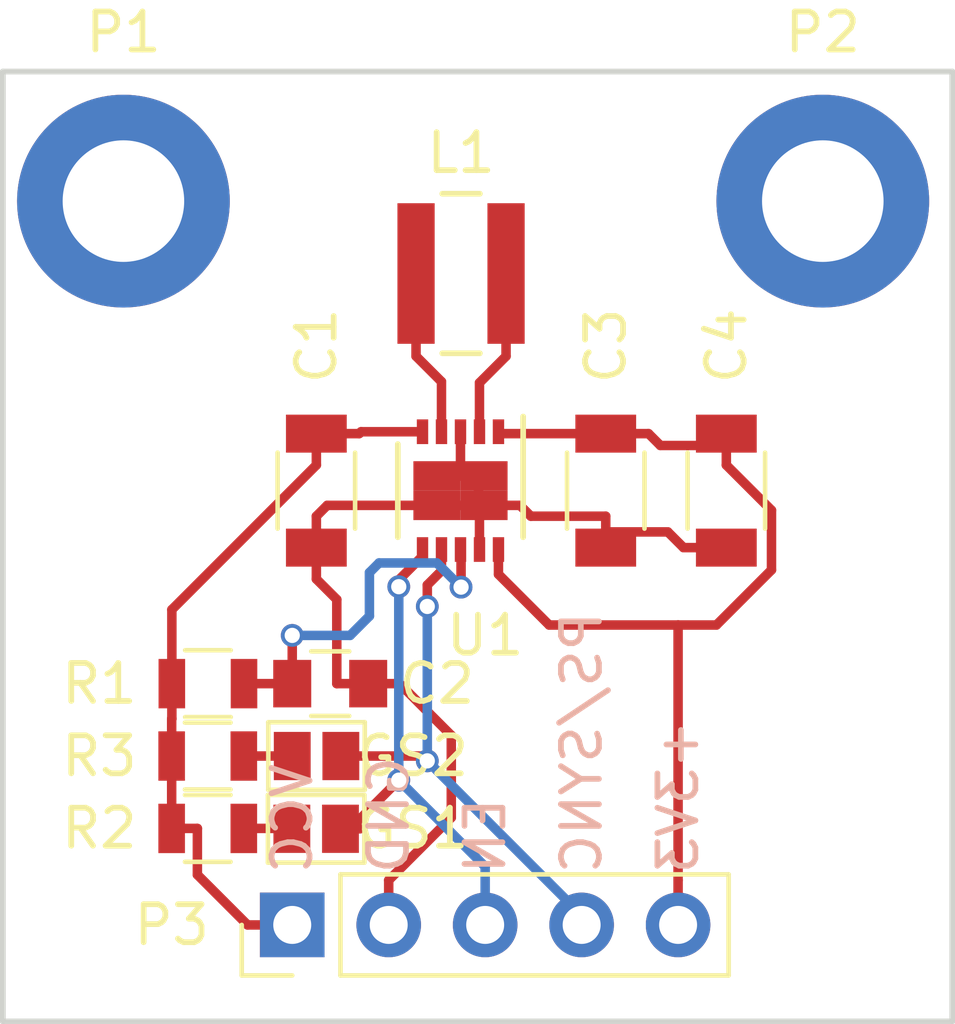
<source format=kicad_pcb>
(kicad_pcb (version 20171130) (host pcbnew "(5.1.12)-1")

  (general
    (thickness 1.6)
    (drawings 9)
    (tracks 102)
    (zones 0)
    (modules 14)
    (nets 13)
  )

  (page A4)
  (layers
    (0 F.Cu signal)
    (31 B.Cu signal)
    (32 B.Adhes user)
    (33 F.Adhes user)
    (34 B.Paste user hide)
    (35 F.Paste user hide)
    (36 B.SilkS user)
    (37 F.SilkS user)
    (38 B.Mask user)
    (39 F.Mask user)
    (40 Dwgs.User user)
    (41 Cmts.User user)
    (42 Eco1.User user)
    (43 Eco2.User user)
    (44 Edge.Cuts user)
    (45 Margin user)
    (46 B.CrtYd user)
    (47 F.CrtYd user)
    (48 B.Fab user)
    (49 F.Fab user hide)
  )

  (setup
    (last_trace_width 0.25)
    (trace_clearance 0.2)
    (zone_clearance 0.254)
    (zone_45_only no)
    (trace_min 0.2)
    (via_size 0.6)
    (via_drill 0.4)
    (via_min_size 0.4)
    (via_min_drill 0.3)
    (uvia_size 0.3)
    (uvia_drill 0.1)
    (uvias_allowed no)
    (uvia_min_size 0.2)
    (uvia_min_drill 0.1)
    (edge_width 0.15)
    (segment_width 0.2)
    (pcb_text_width 0.3)
    (pcb_text_size 1.5 1.5)
    (mod_edge_width 0.15)
    (mod_text_size 1 1)
    (mod_text_width 0.15)
    (pad_size 1.524 1.524)
    (pad_drill 0.762)
    (pad_to_mask_clearance 0.2)
    (aux_axis_origin 90 130)
    (grid_origin 90 130)
    (visible_elements 7FFFFFFF)
    (pcbplotparams
      (layerselection 0x00030_80000001)
      (usegerberextensions false)
      (usegerberattributes true)
      (usegerberadvancedattributes true)
      (creategerberjobfile true)
      (excludeedgelayer true)
      (linewidth 0.100000)
      (plotframeref false)
      (viasonmask false)
      (mode 1)
      (useauxorigin false)
      (hpglpennumber 1)
      (hpglpenspeed 20)
      (hpglpendiameter 15.000000)
      (psnegative false)
      (psa4output false)
      (plotreference true)
      (plotvalue true)
      (plotinvisibletext false)
      (padsonsilk false)
      (subtractmaskfromsilk false)
      (outputformat 1)
      (mirror false)
      (drillshape 1)
      (scaleselection 1)
      (outputdirectory ""))
  )

  (net 0 "")
  (net 1 VCC)
  (net 2 GND)
  (net 3 "Net-(C2-Pad1)")
  (net 4 +3V3)
  (net 5 "Net-(L1-Pad1)")
  (net 6 "Net-(L1-Pad2)")
  (net 7 "Net-(P1-Pad1)")
  (net 8 "Net-(P2-Pad1)")
  (net 9 /EN)
  (net 10 /PS/SYNC)
  (net 11 "Net-(GS1-Pad1)")
  (net 12 "Net-(GS2-Pad1)")

  (net_class Default "This is the default net class."
    (clearance 0.2)
    (trace_width 0.25)
    (via_dia 0.6)
    (via_drill 0.4)
    (uvia_dia 0.3)
    (uvia_drill 0.1)
    (add_net +3V3)
    (add_net /EN)
    (add_net /PS/SYNC)
    (add_net GND)
    (add_net "Net-(C2-Pad1)")
    (add_net "Net-(GS1-Pad1)")
    (add_net "Net-(GS2-Pad1)")
    (add_net "Net-(L1-Pad1)")
    (add_net "Net-(L1-Pad2)")
    (add_net "Net-(P1-Pad1)")
    (add_net "Net-(P2-Pad1)")
    (add_net VCC)
  )

  (module Capacitors_SMD:C_1206 (layer F.Cu) (tedit 58AA84B8) (tstamp 58D9AA24)
    (at 98.255 116.03 270)
    (descr "Capacitor SMD 1206, reflow soldering, AVX (see smccp.pdf)")
    (tags "capacitor 1206")
    (path /58D9833A)
    (attr smd)
    (fp_text reference C1 (at -3.81 0 270) (layer F.SilkS)
      (effects (font (size 1 1) (thickness 0.15)))
    )
    (fp_text value 10µF (at 0 2 270) (layer F.Fab)
      (effects (font (size 1 1) (thickness 0.15)))
    )
    (fp_line (start 2.25 1.05) (end -2.25 1.05) (layer F.CrtYd) (width 0.05))
    (fp_line (start 2.25 1.05) (end 2.25 -1.05) (layer F.CrtYd) (width 0.05))
    (fp_line (start -2.25 -1.05) (end -2.25 1.05) (layer F.CrtYd) (width 0.05))
    (fp_line (start -2.25 -1.05) (end 2.25 -1.05) (layer F.CrtYd) (width 0.05))
    (fp_line (start -1 1.02) (end 1 1.02) (layer F.SilkS) (width 0.12))
    (fp_line (start 1 -1.02) (end -1 -1.02) (layer F.SilkS) (width 0.12))
    (fp_line (start -1.6 -0.8) (end 1.6 -0.8) (layer F.Fab) (width 0.1))
    (fp_line (start 1.6 -0.8) (end 1.6 0.8) (layer F.Fab) (width 0.1))
    (fp_line (start 1.6 0.8) (end -1.6 0.8) (layer F.Fab) (width 0.1))
    (fp_line (start -1.6 0.8) (end -1.6 -0.8) (layer F.Fab) (width 0.1))
    (fp_text user %R (at 0 -1.75 270) (layer F.Fab)
      (effects (font (size 1 1) (thickness 0.15)))
    )
    (pad 1 smd rect (at -1.5 0 270) (size 1 1.6) (layers F.Cu F.Paste F.Mask)
      (net 1 VCC))
    (pad 2 smd rect (at 1.5 0 270) (size 1 1.6) (layers F.Cu F.Paste F.Mask)
      (net 2 GND))
    (model Capacitors_SMD.3dshapes/C_1206.wrl
      (at (xyz 0 0 0))
      (scale (xyz 1 1 1))
      (rotate (xyz 0 0 0))
    )
  )

  (module Capacitors_SMD:C_0805 (layer F.Cu) (tedit 58AA8463) (tstamp 58D9AA35)
    (at 98.62 121.11)
    (descr "Capacitor SMD 0805, reflow soldering, AVX (see smccp.pdf)")
    (tags "capacitor 0805")
    (path /58D9846E)
    (attr smd)
    (fp_text reference C2 (at 2.81 0) (layer F.SilkS)
      (effects (font (size 1 1) (thickness 0.15)))
    )
    (fp_text value 100nF (at 0 0) (layer F.Fab)
      (effects (font (size 1 1) (thickness 0.15)))
    )
    (fp_line (start 1.75 0.87) (end -1.75 0.87) (layer F.CrtYd) (width 0.05))
    (fp_line (start 1.75 0.87) (end 1.75 -0.88) (layer F.CrtYd) (width 0.05))
    (fp_line (start -1.75 -0.88) (end -1.75 0.87) (layer F.CrtYd) (width 0.05))
    (fp_line (start -1.75 -0.88) (end 1.75 -0.88) (layer F.CrtYd) (width 0.05))
    (fp_line (start -0.5 0.85) (end 0.5 0.85) (layer F.SilkS) (width 0.12))
    (fp_line (start 0.5 -0.85) (end -0.5 -0.85) (layer F.SilkS) (width 0.12))
    (fp_line (start -1 -0.62) (end 1 -0.62) (layer F.Fab) (width 0.1))
    (fp_line (start 1 -0.62) (end 1 0.62) (layer F.Fab) (width 0.1))
    (fp_line (start 1 0.62) (end -1 0.62) (layer F.Fab) (width 0.1))
    (fp_line (start -1 0.62) (end -1 -0.62) (layer F.Fab) (width 0.1))
    (fp_text user %R (at 0 -1.5) (layer F.Fab)
      (effects (font (size 1 1) (thickness 0.15)))
    )
    (pad 1 smd rect (at -1 0) (size 1 1.25) (layers F.Cu F.Paste F.Mask)
      (net 3 "Net-(C2-Pad1)"))
    (pad 2 smd rect (at 1 0) (size 1 1.25) (layers F.Cu F.Paste F.Mask)
      (net 2 GND))
    (model Capacitors_SMD.3dshapes/C_0805.wrl
      (at (xyz 0 0 0))
      (scale (xyz 1 1 1))
      (rotate (xyz 0 0 0))
    )
  )

  (module Capacitors_SMD:C_1206 (layer F.Cu) (tedit 58AA84B8) (tstamp 58D9AA46)
    (at 105.875 116.03 270)
    (descr "Capacitor SMD 1206, reflow soldering, AVX (see smccp.pdf)")
    (tags "capacitor 1206")
    (path /58D98371)
    (attr smd)
    (fp_text reference C3 (at -3.81 0 270) (layer F.SilkS)
      (effects (font (size 1 1) (thickness 0.15)))
    )
    (fp_text value 10µF (at 0 2 270) (layer F.Fab)
      (effects (font (size 1 1) (thickness 0.15)))
    )
    (fp_line (start 2.25 1.05) (end -2.25 1.05) (layer F.CrtYd) (width 0.05))
    (fp_line (start 2.25 1.05) (end 2.25 -1.05) (layer F.CrtYd) (width 0.05))
    (fp_line (start -2.25 -1.05) (end -2.25 1.05) (layer F.CrtYd) (width 0.05))
    (fp_line (start -2.25 -1.05) (end 2.25 -1.05) (layer F.CrtYd) (width 0.05))
    (fp_line (start -1 1.02) (end 1 1.02) (layer F.SilkS) (width 0.12))
    (fp_line (start 1 -1.02) (end -1 -1.02) (layer F.SilkS) (width 0.12))
    (fp_line (start -1.6 -0.8) (end 1.6 -0.8) (layer F.Fab) (width 0.1))
    (fp_line (start 1.6 -0.8) (end 1.6 0.8) (layer F.Fab) (width 0.1))
    (fp_line (start 1.6 0.8) (end -1.6 0.8) (layer F.Fab) (width 0.1))
    (fp_line (start -1.6 0.8) (end -1.6 -0.8) (layer F.Fab) (width 0.1))
    (fp_text user %R (at 0 -1.75 270) (layer F.Fab)
      (effects (font (size 1 1) (thickness 0.15)))
    )
    (pad 1 smd rect (at -1.5 0 270) (size 1 1.6) (layers F.Cu F.Paste F.Mask)
      (net 4 +3V3))
    (pad 2 smd rect (at 1.5 0 270) (size 1 1.6) (layers F.Cu F.Paste F.Mask)
      (net 2 GND))
    (model Capacitors_SMD.3dshapes/C_1206.wrl
      (at (xyz 0 0 0))
      (scale (xyz 1 1 1))
      (rotate (xyz 0 0 0))
    )
  )

  (module Capacitors_SMD:C_1206 (layer F.Cu) (tedit 58AA84B8) (tstamp 58D9AA57)
    (at 109.05 116.03 270)
    (descr "Capacitor SMD 1206, reflow soldering, AVX (see smccp.pdf)")
    (tags "capacitor 1206")
    (path /58D9839C)
    (attr smd)
    (fp_text reference C4 (at -3.81 0 270) (layer F.SilkS)
      (effects (font (size 1 1) (thickness 0.15)))
    )
    (fp_text value 10µF (at 0 2 270) (layer F.Fab)
      (effects (font (size 1 1) (thickness 0.15)))
    )
    (fp_line (start 2.25 1.05) (end -2.25 1.05) (layer F.CrtYd) (width 0.05))
    (fp_line (start 2.25 1.05) (end 2.25 -1.05) (layer F.CrtYd) (width 0.05))
    (fp_line (start -2.25 -1.05) (end -2.25 1.05) (layer F.CrtYd) (width 0.05))
    (fp_line (start -2.25 -1.05) (end 2.25 -1.05) (layer F.CrtYd) (width 0.05))
    (fp_line (start -1 1.02) (end 1 1.02) (layer F.SilkS) (width 0.12))
    (fp_line (start 1 -1.02) (end -1 -1.02) (layer F.SilkS) (width 0.12))
    (fp_line (start -1.6 -0.8) (end 1.6 -0.8) (layer F.Fab) (width 0.1))
    (fp_line (start 1.6 -0.8) (end 1.6 0.8) (layer F.Fab) (width 0.1))
    (fp_line (start 1.6 0.8) (end -1.6 0.8) (layer F.Fab) (width 0.1))
    (fp_line (start -1.6 0.8) (end -1.6 -0.8) (layer F.Fab) (width 0.1))
    (fp_text user %R (at 0 -1.75 270) (layer F.Fab)
      (effects (font (size 1 1) (thickness 0.15)))
    )
    (pad 1 smd rect (at -1.5 0 270) (size 1 1.6) (layers F.Cu F.Paste F.Mask)
      (net 4 +3V3))
    (pad 2 smd rect (at 1.5 0 270) (size 1 1.6) (layers F.Cu F.Paste F.Mask)
      (net 2 GND))
    (model Capacitors_SMD.3dshapes/C_1206.wrl
      (at (xyz 0 0 0))
      (scale (xyz 1 1 1))
      (rotate (xyz 0 0 0))
    )
  )

  (module Inductors:Inductor_Wurth_MAPI-4020 (layer F.Cu) (tedit 5745ADE5) (tstamp 58D9AA67)
    (at 102.065 110.315 180)
    (descr "Inductor, Wurth Elektronik, Wurth_MAPI-4020, 4.0mmx4.0mm")
    (tags "inductor wurth smd")
    (path /58D982C0)
    (attr smd)
    (fp_text reference L1 (at 0 3.175 180) (layer F.SilkS)
      (effects (font (size 1 1) (thickness 0.15)))
    )
    (fp_text value L_Core_Ferrite (at 0 3.35 180) (layer F.Fab)
      (effects (font (size 1 1) (thickness 0.15)))
    )
    (fp_line (start -0.495 2.1) (end 0.495 2.1) (layer F.SilkS) (width 0.15))
    (fp_line (start -0.495 -2.1) (end 0.495 -2.1) (layer F.SilkS) (width 0.15))
    (fp_line (start 2 -2.2) (end -2 -2.2) (layer F.CrtYd) (width 0.05))
    (fp_line (start 2 2.2) (end 2 -2.2) (layer F.CrtYd) (width 0.05))
    (fp_line (start -2 2.2) (end 2 2.2) (layer F.CrtYd) (width 0.05))
    (fp_line (start -2 -2.2) (end -2 2.2) (layer F.CrtYd) (width 0.05))
    (fp_line (start 2 -2) (end -2 -2) (layer F.Fab) (width 0.15))
    (fp_line (start 2 2) (end 2 -2) (layer F.Fab) (width 0.15))
    (fp_line (start -2 2) (end 2 2) (layer F.Fab) (width 0.15))
    (fp_line (start -2 -2) (end -2 2) (layer F.Fab) (width 0.15))
    (pad 1 smd rect (at -1.185 0 180) (size 0.98 3.7) (layers F.Cu F.Paste F.Mask)
      (net 5 "Net-(L1-Pad1)"))
    (pad 2 smd rect (at 1.185 0 180) (size 0.98 3.7) (layers F.Cu F.Paste F.Mask)
      (net 6 "Net-(L1-Pad2)"))
    (model Inductors.3dshapes/Inductor_Wurth_MAPI-4020.wrl
      (at (xyz 0 0 0))
      (scale (xyz 1 1 1))
      (rotate (xyz 0 0 0))
    )
  )

  (module Mounting_Holes:MountingHole_3.2mm_M3_DIN965_Pad (layer F.Cu) (tedit 56D1B4CB) (tstamp 58D9AA6E)
    (at 93.175 108.41)
    (descr "Mounting Hole 3.2mm, M3, DIN965")
    (tags "mounting hole 3.2mm m3 din965")
    (path /58D9A7F7)
    (fp_text reference P1 (at 0 -4.445) (layer F.SilkS)
      (effects (font (size 1 1) (thickness 0.15)))
    )
    (fp_text value CONN_01X01 (at 0 3.81) (layer F.Fab)
      (effects (font (size 1 1) (thickness 0.15)))
    )
    (fp_circle (center 0 0) (end 3.05 0) (layer F.CrtYd) (width 0.05))
    (fp_circle (center 0 0) (end 2.8 0) (layer Cmts.User) (width 0.15))
    (pad 1 thru_hole circle (at 0 0) (size 5.6 5.6) (drill 3.2) (layers *.Cu *.Mask)
      (net 7 "Net-(P1-Pad1)"))
  )

  (module Mounting_Holes:MountingHole_3.2mm_M3_DIN965_Pad (layer F.Cu) (tedit 56D1B4CB) (tstamp 58D9AA75)
    (at 111.59 108.41)
    (descr "Mounting Hole 3.2mm, M3, DIN965")
    (tags "mounting hole 3.2mm m3 din965")
    (path /58D9A846)
    (fp_text reference P2 (at 0 -4.445) (layer F.SilkS)
      (effects (font (size 1 1) (thickness 0.15)))
    )
    (fp_text value CONN_01X01 (at 0 3.8) (layer F.Fab)
      (effects (font (size 1 1) (thickness 0.15)))
    )
    (fp_circle (center 0 0) (end 3.05 0) (layer F.CrtYd) (width 0.05))
    (fp_circle (center 0 0) (end 2.8 0) (layer Cmts.User) (width 0.15))
    (pad 1 thru_hole circle (at 0 0) (size 5.6 5.6) (drill 3.2) (layers *.Cu *.Mask)
      (net 8 "Net-(P2-Pad1)"))
  )

  (module Pin_Headers:Pin_Header_Straight_1x05_Pitch2.54mm (layer F.Cu) (tedit 58CD4EC1) (tstamp 58D9AA8D)
    (at 97.62 127.46 90)
    (descr "Through hole straight pin header, 1x05, 2.54mm pitch, single row")
    (tags "Through hole pin header THT 1x05 2.54mm single row")
    (path /58D9A44F)
    (fp_text reference P3 (at 0 -3.175 180) (layer F.SilkS)
      (effects (font (size 1 1) (thickness 0.15)))
    )
    (fp_text value CONN_01X05 (at 0 12.49 90) (layer F.Fab)
      (effects (font (size 1 1) (thickness 0.15)))
    )
    (fp_line (start 1.8 -1.8) (end -1.8 -1.8) (layer F.CrtYd) (width 0.05))
    (fp_line (start 1.8 11.95) (end 1.8 -1.8) (layer F.CrtYd) (width 0.05))
    (fp_line (start -1.8 11.95) (end 1.8 11.95) (layer F.CrtYd) (width 0.05))
    (fp_line (start -1.8 -1.8) (end -1.8 11.95) (layer F.CrtYd) (width 0.05))
    (fp_line (start -1.33 -1.33) (end 0 -1.33) (layer F.SilkS) (width 0.12))
    (fp_line (start -1.33 0) (end -1.33 -1.33) (layer F.SilkS) (width 0.12))
    (fp_line (start 1.33 1.27) (end -1.33 1.27) (layer F.SilkS) (width 0.12))
    (fp_line (start 1.33 11.49) (end 1.33 1.27) (layer F.SilkS) (width 0.12))
    (fp_line (start -1.33 11.49) (end 1.33 11.49) (layer F.SilkS) (width 0.12))
    (fp_line (start -1.33 1.27) (end -1.33 11.49) (layer F.SilkS) (width 0.12))
    (fp_line (start 1.27 -1.27) (end -1.27 -1.27) (layer F.Fab) (width 0.1))
    (fp_line (start 1.27 11.43) (end 1.27 -1.27) (layer F.Fab) (width 0.1))
    (fp_line (start -1.27 11.43) (end 1.27 11.43) (layer F.Fab) (width 0.1))
    (fp_line (start -1.27 -1.27) (end -1.27 11.43) (layer F.Fab) (width 0.1))
    (fp_text user %R (at 0 -2.33 90) (layer F.Fab)
      (effects (font (size 1 1) (thickness 0.15)))
    )
    (pad 1 thru_hole rect (at 0 0 90) (size 1.7 1.7) (drill 1) (layers *.Cu *.Mask)
      (net 1 VCC))
    (pad 2 thru_hole oval (at 0 2.54 90) (size 1.7 1.7) (drill 1) (layers *.Cu *.Mask)
      (net 2 GND))
    (pad 3 thru_hole oval (at 0 5.08 90) (size 1.7 1.7) (drill 1) (layers *.Cu *.Mask)
      (net 9 /EN))
    (pad 4 thru_hole oval (at 0 7.62 90) (size 1.7 1.7) (drill 1) (layers *.Cu *.Mask)
      (net 10 /PS/SYNC))
    (pad 5 thru_hole oval (at 0 10.16 90) (size 1.7 1.7) (drill 1) (layers *.Cu *.Mask)
      (net 4 +3V3))
    (model ${KISYS3DMOD}/Pin_Headers.3dshapes/Pin_Header_Straight_1x05_Pitch2.54mm.wrl
      (offset (xyz 0 -5.079999923706055 0))
      (scale (xyz 1 1 1))
      (rotate (xyz 0 0 90))
    )
  )

  (module Resistors_SMD:R_0805 (layer F.Cu) (tedit 58AADA8F) (tstamp 58D9AA9E)
    (at 95.4 121.11)
    (descr "Resistor SMD 0805, reflow soldering, Vishay (see dcrcw.pdf)")
    (tags "resistor 0805")
    (path /58D984A1)
    (attr smd)
    (fp_text reference R1 (at -2.86 0) (layer F.SilkS)
      (effects (font (size 1 1) (thickness 0.15)))
    )
    (fp_text value 100R (at 0 1.75) (layer F.Fab)
      (effects (font (size 1 1) (thickness 0.15)))
    )
    (fp_line (start 1.55 0.9) (end -1.55 0.9) (layer F.CrtYd) (width 0.05))
    (fp_line (start 1.55 0.9) (end 1.55 -0.9) (layer F.CrtYd) (width 0.05))
    (fp_line (start -1.55 -0.9) (end -1.55 0.9) (layer F.CrtYd) (width 0.05))
    (fp_line (start -1.55 -0.9) (end 1.55 -0.9) (layer F.CrtYd) (width 0.05))
    (fp_line (start -0.6 -0.88) (end 0.6 -0.88) (layer F.SilkS) (width 0.12))
    (fp_line (start 0.6 0.88) (end -0.6 0.88) (layer F.SilkS) (width 0.12))
    (fp_line (start -1 -0.62) (end 1 -0.62) (layer F.Fab) (width 0.1))
    (fp_line (start 1 -0.62) (end 1 0.62) (layer F.Fab) (width 0.1))
    (fp_line (start 1 0.62) (end -1 0.62) (layer F.Fab) (width 0.1))
    (fp_line (start -1 0.62) (end -1 -0.62) (layer F.Fab) (width 0.1))
    (fp_text user %R (at 0 -1.65) (layer F.Fab)
      (effects (font (size 1 1) (thickness 0.15)))
    )
    (pad 1 smd rect (at -0.95 0) (size 0.7 1.3) (layers F.Cu F.Paste F.Mask)
      (net 1 VCC))
    (pad 2 smd rect (at 0.95 0) (size 0.7 1.3) (layers F.Cu F.Paste F.Mask)
      (net 3 "Net-(C2-Pad1)"))
    (model Resistors_SMD.3dshapes/R_0805.wrl
      (at (xyz 0 0 0))
      (scale (xyz 1 1 1))
      (rotate (xyz 0 0 0))
    )
  )

  (module Housings_DFN_QFN:DFN-10-1EP_3x3mm_Pitch0.5mm (layer F.Cu) (tedit 54130A77) (tstamp 58D9AABB)
    (at 102.05 116.03 270)
    (descr "10-Lead Plastic Dual Flat, No Lead Package (MF) - 3x3x0.9 mm Body [DFN] (see Microchip Packaging Specification 00000049BS.pdf)")
    (tags "DFN 0.5")
    (path /58D9827C)
    (attr smd)
    (fp_text reference U1 (at 3.81 -0.65) (layer F.SilkS)
      (effects (font (size 1 1) (thickness 0.15)))
    )
    (fp_text value TPS63001 (at 0 2.575 270) (layer F.Fab)
      (effects (font (size 1 1) (thickness 0.15)))
    )
    (fp_line (start -1.95 -1.65) (end 1.225 -1.65) (layer F.SilkS) (width 0.15))
    (fp_line (start -1.225 1.65) (end 1.225 1.65) (layer F.SilkS) (width 0.15))
    (fp_line (start -2.15 1.85) (end 2.15 1.85) (layer F.CrtYd) (width 0.05))
    (fp_line (start -2.15 -1.85) (end 2.15 -1.85) (layer F.CrtYd) (width 0.05))
    (fp_line (start 2.15 -1.85) (end 2.15 1.85) (layer F.CrtYd) (width 0.05))
    (fp_line (start -2.15 -1.85) (end -2.15 1.85) (layer F.CrtYd) (width 0.05))
    (fp_line (start -1.5 -0.5) (end -0.5 -1.5) (layer F.Fab) (width 0.15))
    (fp_line (start -1.5 1.5) (end -1.5 -0.5) (layer F.Fab) (width 0.15))
    (fp_line (start 1.5 1.5) (end -1.5 1.5) (layer F.Fab) (width 0.15))
    (fp_line (start 1.5 -1.5) (end 1.5 1.5) (layer F.Fab) (width 0.15))
    (fp_line (start -0.5 -1.5) (end 1.5 -1.5) (layer F.Fab) (width 0.15))
    (pad 1 smd rect (at -1.55 -1 270) (size 0.65 0.3) (layers F.Cu F.Paste F.Mask)
      (net 4 +3V3))
    (pad 2 smd rect (at -1.55 -0.5 270) (size 0.65 0.3) (layers F.Cu F.Paste F.Mask)
      (net 5 "Net-(L1-Pad1)"))
    (pad 3 smd rect (at -1.55 0 270) (size 0.65 0.3) (layers F.Cu F.Paste F.Mask)
      (net 2 GND))
    (pad 4 smd rect (at -1.55 0.5 270) (size 0.65 0.3) (layers F.Cu F.Paste F.Mask)
      (net 6 "Net-(L1-Pad2)"))
    (pad 5 smd rect (at -1.55 1 270) (size 0.65 0.3) (layers F.Cu F.Paste F.Mask)
      (net 1 VCC))
    (pad 6 smd rect (at 1.55 1 270) (size 0.65 0.3) (layers F.Cu F.Paste F.Mask)
      (net 9 /EN))
    (pad 7 smd rect (at 1.55 0.5 270) (size 0.65 0.3) (layers F.Cu F.Paste F.Mask)
      (net 10 /PS/SYNC))
    (pad 8 smd rect (at 1.55 0 270) (size 0.65 0.3) (layers F.Cu F.Paste F.Mask)
      (net 3 "Net-(C2-Pad1)"))
    (pad 9 smd rect (at 1.55 -0.5 270) (size 0.65 0.3) (layers F.Cu F.Paste F.Mask)
      (net 2 GND))
    (pad 10 smd rect (at 1.55 -1 270) (size 0.65 0.3) (layers F.Cu F.Paste F.Mask)
      (net 4 +3V3))
    (pad 11 smd rect (at 0.3875 0.62 270) (size 0.775 1.24) (layers F.Cu F.Paste F.Mask)
      (net 2 GND) (solder_paste_margin_ratio -0.2))
    (pad 11 smd rect (at 0.3875 -0.62 270) (size 0.775 1.24) (layers F.Cu F.Paste F.Mask)
      (net 2 GND) (solder_paste_margin_ratio -0.2))
    (pad 11 smd rect (at -0.3875 0.62 270) (size 0.775 1.24) (layers F.Cu F.Paste F.Mask)
      (net 2 GND) (solder_paste_margin_ratio -0.2))
    (pad 11 smd rect (at -0.3875 -0.62 270) (size 0.775 1.24) (layers F.Cu F.Paste F.Mask)
      (net 2 GND) (solder_paste_margin_ratio -0.2))
    (model Housings_DFN_QFN.3dshapes/DFN-10-1EP_3x3mm_Pitch0.5mm.wrl
      (at (xyz 0 0 0))
      (scale (xyz 1 1 1))
      (rotate (xyz 0 0 0))
    )
  )

  (module GS2 (layer F.Cu) (tedit 586134A1) (tstamp 58DA4405)
    (at 98.25 124.93 90)
    (descr "2-pin solder bridge")
    (tags "solder bridge")
    (path /58DA4191)
    (attr smd)
    (fp_text reference GS1 (at 0.01 2.545 180) (layer F.SilkS)
      (effects (font (size 1 1) (thickness 0.15)))
    )
    (fp_text value GS2 (at -1.8 0 180) (layer F.Fab)
      (effects (font (size 1 1) (thickness 0.15)))
    )
    (fp_line (start -0.89 -1.27) (end 0.89 -1.27) (layer F.SilkS) (width 0.12))
    (fp_line (start 0.89 1.27) (end -0.89 1.27) (layer F.SilkS) (width 0.12))
    (fp_line (start 0.89 1.27) (end 0.89 -1.27) (layer F.SilkS) (width 0.12))
    (fp_line (start -0.89 -1.27) (end -0.89 1.27) (layer F.SilkS) (width 0.12))
    (fp_line (start -1.1 -1.45) (end 1.1 -1.45) (layer F.CrtYd) (width 0.05))
    (fp_line (start -1.1 1.5) (end -1.1 -1.45) (layer F.CrtYd) (width 0.05))
    (fp_line (start 1.1 1.5) (end -1.1 1.5) (layer F.CrtYd) (width 0.05))
    (fp_line (start 1.1 -1.45) (end 1.1 1.5) (layer F.CrtYd) (width 0.05))
    (pad 1 smd rect (at 0 -0.64 90) (size 1.27 0.97) (layers F.Cu F.Paste F.Mask)
      (net 11 "Net-(GS1-Pad1)"))
    (pad 2 smd rect (at 0 0.64 90) (size 1.27 0.97) (layers F.Cu F.Paste F.Mask)
      (net 9 /EN))
  )

  (module GS2 (layer F.Cu) (tedit 586134A1) (tstamp 58DA4413)
    (at 98.26 123.015 90)
    (descr "2-pin solder bridge")
    (tags "solder bridge")
    (path /58DA43FB)
    (attr smd)
    (fp_text reference GS2 (at 0 2.535 180) (layer F.SilkS)
      (effects (font (size 1 1) (thickness 0.15)))
    )
    (fp_text value GS2 (at -1.8 0 180) (layer F.Fab)
      (effects (font (size 1 1) (thickness 0.15)))
    )
    (fp_line (start -0.89 -1.27) (end 0.89 -1.27) (layer F.SilkS) (width 0.12))
    (fp_line (start 0.89 1.27) (end -0.89 1.27) (layer F.SilkS) (width 0.12))
    (fp_line (start 0.89 1.27) (end 0.89 -1.27) (layer F.SilkS) (width 0.12))
    (fp_line (start -0.89 -1.27) (end -0.89 1.27) (layer F.SilkS) (width 0.12))
    (fp_line (start -1.1 -1.45) (end 1.1 -1.45) (layer F.CrtYd) (width 0.05))
    (fp_line (start -1.1 1.5) (end -1.1 -1.45) (layer F.CrtYd) (width 0.05))
    (fp_line (start 1.1 1.5) (end -1.1 1.5) (layer F.CrtYd) (width 0.05))
    (fp_line (start 1.1 -1.45) (end 1.1 1.5) (layer F.CrtYd) (width 0.05))
    (pad 1 smd rect (at 0 -0.64 90) (size 1.27 0.97) (layers F.Cu F.Paste F.Mask)
      (net 12 "Net-(GS2-Pad1)"))
    (pad 2 smd rect (at 0 0.64 90) (size 1.27 0.97) (layers F.Cu F.Paste F.Mask)
      (net 10 /PS/SYNC))
  )

  (module Resistors_SMD:R_0805 (layer F.Cu) (tedit 58AADA8F) (tstamp 58DA4424)
    (at 95.395 124.92)
    (descr "Resistor SMD 0805, reflow soldering, Vishay (see dcrcw.pdf)")
    (tags "resistor 0805")
    (path /58DA41F9)
    (attr smd)
    (fp_text reference R2 (at -2.855 0) (layer F.SilkS)
      (effects (font (size 1 1) (thickness 0.15)))
    )
    (fp_text value 4K7 (at 0 1.75) (layer F.Fab)
      (effects (font (size 1 1) (thickness 0.15)))
    )
    (fp_line (start 1.55 0.9) (end -1.55 0.9) (layer F.CrtYd) (width 0.05))
    (fp_line (start 1.55 0.9) (end 1.55 -0.9) (layer F.CrtYd) (width 0.05))
    (fp_line (start -1.55 -0.9) (end -1.55 0.9) (layer F.CrtYd) (width 0.05))
    (fp_line (start -1.55 -0.9) (end 1.55 -0.9) (layer F.CrtYd) (width 0.05))
    (fp_line (start -0.6 -0.88) (end 0.6 -0.88) (layer F.SilkS) (width 0.12))
    (fp_line (start 0.6 0.88) (end -0.6 0.88) (layer F.SilkS) (width 0.12))
    (fp_line (start -1 -0.62) (end 1 -0.62) (layer F.Fab) (width 0.1))
    (fp_line (start 1 -0.62) (end 1 0.62) (layer F.Fab) (width 0.1))
    (fp_line (start 1 0.62) (end -1 0.62) (layer F.Fab) (width 0.1))
    (fp_line (start -1 0.62) (end -1 -0.62) (layer F.Fab) (width 0.1))
    (fp_text user %R (at 0 -1.65) (layer F.Fab)
      (effects (font (size 1 1) (thickness 0.15)))
    )
    (pad 1 smd rect (at -0.95 0) (size 0.7 1.3) (layers F.Cu F.Paste F.Mask)
      (net 1 VCC))
    (pad 2 smd rect (at 0.95 0) (size 0.7 1.3) (layers F.Cu F.Paste F.Mask)
      (net 11 "Net-(GS1-Pad1)"))
    (model Resistors_SMD.3dshapes/R_0805.wrl
      (at (xyz 0 0 0))
      (scale (xyz 1 1 1))
      (rotate (xyz 0 0 0))
    )
  )

  (module Resistors_SMD:R_0805 (layer F.Cu) (tedit 58AADA8F) (tstamp 58DA4435)
    (at 95.395 123.015)
    (descr "Resistor SMD 0805, reflow soldering, Vishay (see dcrcw.pdf)")
    (tags "resistor 0805")
    (path /58DA4394)
    (attr smd)
    (fp_text reference R3 (at -2.855 0) (layer F.SilkS)
      (effects (font (size 1 1) (thickness 0.15)))
    )
    (fp_text value 4K7 (at 0 1.75) (layer F.Fab)
      (effects (font (size 1 1) (thickness 0.15)))
    )
    (fp_line (start 1.55 0.9) (end -1.55 0.9) (layer F.CrtYd) (width 0.05))
    (fp_line (start 1.55 0.9) (end 1.55 -0.9) (layer F.CrtYd) (width 0.05))
    (fp_line (start -1.55 -0.9) (end -1.55 0.9) (layer F.CrtYd) (width 0.05))
    (fp_line (start -1.55 -0.9) (end 1.55 -0.9) (layer F.CrtYd) (width 0.05))
    (fp_line (start -0.6 -0.88) (end 0.6 -0.88) (layer F.SilkS) (width 0.12))
    (fp_line (start 0.6 0.88) (end -0.6 0.88) (layer F.SilkS) (width 0.12))
    (fp_line (start -1 -0.62) (end 1 -0.62) (layer F.Fab) (width 0.1))
    (fp_line (start 1 -0.62) (end 1 0.62) (layer F.Fab) (width 0.1))
    (fp_line (start 1 0.62) (end -1 0.62) (layer F.Fab) (width 0.1))
    (fp_line (start -1 0.62) (end -1 -0.62) (layer F.Fab) (width 0.1))
    (fp_text user %R (at 0 -1.905) (layer F.Fab)
      (effects (font (size 1 1) (thickness 0.15)))
    )
    (pad 1 smd rect (at -0.95 0) (size 0.7 1.3) (layers F.Cu F.Paste F.Mask)
      (net 1 VCC))
    (pad 2 smd rect (at 0.95 0) (size 0.7 1.3) (layers F.Cu F.Paste F.Mask)
      (net 12 "Net-(GS2-Pad1)"))
    (model Resistors_SMD.3dshapes/R_0805.wrl
      (at (xyz 0 0 0))
      (scale (xyz 1 1 1))
      (rotate (xyz 0 0 0))
    )
  )

  (gr_text VCC (at 97.62 126.19 90) (layer B.SilkS) (tstamp 58DA504A)
    (effects (font (size 1 1) (thickness 0.15)) (justify right mirror))
  )
  (gr_text GND (at 100.16 126.19 90) (layer B.SilkS) (tstamp 58DA5048)
    (effects (font (size 1 1) (thickness 0.15)) (justify right mirror))
  )
  (gr_text EN (at 102.7 126.19 90) (layer B.SilkS) (tstamp 58DA5041)
    (effects (font (size 1 1) (thickness 0.15)) (justify right mirror))
  )
  (gr_text PS/SYNC (at 105.24 126.19 90) (layer B.SilkS)
    (effects (font (size 1 1) (thickness 0.15)) (justify right mirror))
  )
  (gr_text +3V3 (at 107.78 126.19 90) (layer B.SilkS)
    (effects (font (size 1 1) (thickness 0.15)) (justify right mirror))
  )
  (gr_line (start 115 130) (end 90 130) (layer Edge.Cuts) (width 0.15))
  (gr_line (start 115 105) (end 115 130) (layer Edge.Cuts) (width 0.15))
  (gr_line (start 90 105) (end 115 105) (layer Edge.Cuts) (width 0.15))
  (gr_line (start 90 130) (end 90 105) (layer Edge.Cuts) (width 0.15))

  (segment (start 98.255 114.53) (end 98.255 115.3569) (width 0.25) (layer F.Cu) (net 1))
  (segment (start 94.45 121.11) (end 94.45 119.1619) (width 0.25) (layer F.Cu) (net 1))
  (segment (start 94.45 119.1619) (end 98.255 115.3569) (width 0.25) (layer F.Cu) (net 1))
  (segment (start 94.445 122.0381) (end 94.45 122.0331) (width 0.25) (layer F.Cu) (net 1))
  (segment (start 94.45 122.0331) (end 94.45 121.11) (width 0.25) (layer F.Cu) (net 1))
  (segment (start 97.62 127.46) (end 96.4431 127.46) (width 0.25) (layer F.Cu) (net 1))
  (segment (start 94.445 124.92) (end 95.1219 124.92) (width 0.25) (layer F.Cu) (net 1))
  (segment (start 95.1219 124.92) (end 95.1219 126.1388) (width 0.25) (layer F.Cu) (net 1))
  (segment (start 95.1219 126.1388) (end 96.4431 127.46) (width 0.25) (layer F.Cu) (net 1))
  (segment (start 94.445 123.015) (end 94.445 124.92) (width 0.25) (layer F.Cu) (net 1))
  (segment (start 94.445 123.015) (end 94.445 122.0381) (width 0.25) (layer F.Cu) (net 1))
  (segment (start 98.255 114.53) (end 99.3819 114.53) (width 0.25) (layer F.Cu) (net 1))
  (segment (start 101.05 114.48) (end 99.4319 114.48) (width 0.25) (layer F.Cu) (net 1))
  (segment (start 99.4319 114.48) (end 99.3819 114.53) (width 0.25) (layer F.Cu) (net 1))
  (segment (start 102.5254 116.4175) (end 102.3769 116.4175) (width 0.25) (layer F.Cu) (net 2))
  (segment (start 102.5254 115.6425) (end 102.5254 116.4175) (width 0.25) (layer F.Cu) (net 2))
  (segment (start 101.43 116.4175) (end 102.3769 116.4175) (width 0.25) (layer F.Cu) (net 2))
  (segment (start 102.05 115.6425) (end 101.43 115.6425) (width 0.25) (layer F.Cu) (net 2))
  (segment (start 98.255 117.53) (end 98.255 116.7031) (width 0.25) (layer F.Cu) (net 2))
  (segment (start 101.43 116.4175) (end 98.5406 116.4175) (width 0.25) (layer F.Cu) (net 2))
  (segment (start 98.5406 116.4175) (end 98.255 116.7031) (width 0.25) (layer F.Cu) (net 2))
  (segment (start 109.05 117.53) (end 107.9231 117.53) (width 0.25) (layer F.Cu) (net 2))
  (segment (start 105.875 117.1165) (end 107.5096 117.1165) (width 0.25) (layer F.Cu) (net 2))
  (segment (start 107.5096 117.1165) (end 107.9231 117.53) (width 0.25) (layer F.Cu) (net 2))
  (segment (start 105.875 117.1165) (end 105.875 116.7031) (width 0.25) (layer F.Cu) (net 2))
  (segment (start 105.875 117.53) (end 105.875 117.1165) (width 0.25) (layer F.Cu) (net 2))
  (segment (start 102.5254 115.6425) (end 102.05 115.6425) (width 0.25) (layer F.Cu) (net 2))
  (segment (start 102.67 115.6425) (end 102.5254 115.6425) (width 0.25) (layer F.Cu) (net 2))
  (segment (start 99.62 121.11) (end 100.4469 121.11) (width 0.25) (layer F.Cu) (net 2))
  (segment (start 100.16 127.46) (end 100.16 126.2831) (width 0.25) (layer F.Cu) (net 2))
  (segment (start 100.16 126.2831) (end 101.8078 124.6353) (width 0.25) (layer F.Cu) (net 2))
  (segment (start 101.8078 124.6353) (end 101.8078 122.4709) (width 0.25) (layer F.Cu) (net 2))
  (segment (start 101.8078 122.4709) (end 100.4469 121.11) (width 0.25) (layer F.Cu) (net 2))
  (segment (start 98.255 117.53) (end 98.255 118.3569) (width 0.25) (layer F.Cu) (net 2))
  (segment (start 99.62 121.11) (end 98.7931 121.11) (width 0.25) (layer F.Cu) (net 2))
  (segment (start 98.255 118.3569) (end 98.7931 118.895) (width 0.25) (layer F.Cu) (net 2))
  (segment (start 98.7931 118.895) (end 98.7931 121.11) (width 0.25) (layer F.Cu) (net 2))
  (segment (start 102.67 116.4175) (end 103.6169 116.4175) (width 0.25) (layer F.Cu) (net 2))
  (segment (start 105.875 116.7031) (end 103.9025 116.7031) (width 0.25) (layer F.Cu) (net 2))
  (segment (start 103.9025 116.7031) (end 103.6169 116.4175) (width 0.25) (layer F.Cu) (net 2))
  (segment (start 102.05 115.6425) (end 102.05 114.48) (width 0.25) (layer F.Cu) (net 2))
  (segment (start 102.5254 116.4175) (end 102.55 116.4421) (width 0.25) (layer F.Cu) (net 2))
  (segment (start 102.55 116.4421) (end 102.55 117.58) (width 0.25) (layer F.Cu) (net 2))
  (segment (start 102.67 116.4175) (end 102.5254 116.4175) (width 0.25) (layer F.Cu) (net 2))
  (segment (start 102.065 118.57) (end 102.065 117.595) (width 0.25) (layer F.Cu) (net 3))
  (segment (start 102.065 117.595) (end 102.05 117.58) (width 0.25) (layer F.Cu) (net 3))
  (segment (start 96.35 121.11) (end 97.62 121.11) (width 0.25) (layer F.Cu) (net 3))
  (segment (start 97.62 121.11) (end 97.62 119.84) (width 0.25) (layer F.Cu) (net 3))
  (segment (start 102.065 118.57) (end 101.428 117.933) (width 0.25) (layer B.Cu) (net 3))
  (segment (start 101.428 117.933) (end 99.906 117.933) (width 0.25) (layer B.Cu) (net 3))
  (segment (start 99.906 117.933) (end 99.652 118.187) (width 0.25) (layer B.Cu) (net 3))
  (segment (start 99.652 118.187) (end 99.652 119.332) (width 0.25) (layer B.Cu) (net 3))
  (segment (start 99.652 119.332) (end 99.144 119.84) (width 0.25) (layer B.Cu) (net 3))
  (segment (start 99.144 119.84) (end 97.62 119.84) (width 0.25) (layer B.Cu) (net 3))
  (via (at 102.065 118.57) (size 0.6) (layers F.Cu B.Cu) (net 3))
  (via (at 97.62 119.84) (size 0.6) (layers F.Cu B.Cu) (net 3))
  (segment (start 105.875 114.53) (end 107.0019 114.53) (width 0.25) (layer F.Cu) (net 4))
  (segment (start 109.05 114.8424) (end 107.3143 114.8424) (width 0.25) (layer F.Cu) (net 4))
  (segment (start 107.3143 114.8424) (end 107.0019 114.53) (width 0.25) (layer F.Cu) (net 4))
  (segment (start 109.05 114.8424) (end 109.05 115.3569) (width 0.25) (layer F.Cu) (net 4))
  (segment (start 109.05 114.53) (end 109.05 114.8424) (width 0.25) (layer F.Cu) (net 4))
  (segment (start 103.05 117.58) (end 103.05 118.2319) (width 0.25) (layer F.Cu) (net 4))
  (segment (start 107.78 119.5665) (end 108.7897 119.5665) (width 0.25) (layer F.Cu) (net 4))
  (segment (start 108.7897 119.5665) (end 110.2388 118.1174) (width 0.25) (layer F.Cu) (net 4))
  (segment (start 110.2388 118.1174) (end 110.2388 116.5457) (width 0.25) (layer F.Cu) (net 4))
  (segment (start 110.2388 116.5457) (end 109.05 115.3569) (width 0.25) (layer F.Cu) (net 4))
  (segment (start 103.05 118.2319) (end 104.3846 119.5665) (width 0.25) (layer F.Cu) (net 4))
  (segment (start 104.3846 119.5665) (end 107.78 119.5665) (width 0.25) (layer F.Cu) (net 4))
  (segment (start 107.78 126.2831) (end 107.78 119.5665) (width 0.25) (layer F.Cu) (net 4))
  (segment (start 105.875 114.53) (end 103.1 114.53) (width 0.25) (layer F.Cu) (net 4))
  (segment (start 103.1 114.53) (end 103.05 114.48) (width 0.25) (layer F.Cu) (net 4))
  (segment (start 107.78 127.46) (end 107.78 126.2831) (width 0.25) (layer F.Cu) (net 4))
  (segment (start 103.25 110.315) (end 103.25 112.4919) (width 0.25) (layer F.Cu) (net 5))
  (segment (start 102.55 114.48) (end 102.55 113.1919) (width 0.25) (layer F.Cu) (net 5))
  (segment (start 102.55 113.1919) (end 103.25 112.4919) (width 0.25) (layer F.Cu) (net 5))
  (segment (start 100.88 110.315) (end 100.88 112.4919) (width 0.25) (layer F.Cu) (net 6))
  (segment (start 101.55 114.48) (end 101.55 113.1619) (width 0.25) (layer F.Cu) (net 6))
  (segment (start 101.55 113.1619) (end 100.88 112.4919) (width 0.25) (layer F.Cu) (net 6))
  (segment (start 101.05 117.58) (end 101.05 117.755) (width 0.25) (layer F.Cu) (net 9))
  (segment (start 101.05 117.755) (end 100.425 118.38) (width 0.25) (layer F.Cu) (net 9))
  (segment (start 100.425 118.38) (end 100.425 118.558) (width 0.25) (layer F.Cu) (net 9))
  (segment (start 102.7 127.46) (end 102.7 125.925) (width 0.25) (layer B.Cu) (net 9))
  (segment (start 102.7 125.925) (end 100.425 123.65) (width 0.25) (layer B.Cu) (net 9))
  (segment (start 98.89 124.93) (end 99.4096 124.93) (width 0.25) (layer F.Cu) (net 9))
  (segment (start 100.425 123.65) (end 100.425 118.558) (width 0.25) (layer B.Cu) (net 9))
  (segment (start 98.89 124.93) (end 99.1448 124.93) (width 0.25) (layer F.Cu) (net 9))
  (segment (start 99.1448 124.93) (end 100.425 123.65) (width 0.25) (layer F.Cu) (net 9))
  (via (at 100.425 118.558) (size 0.6) (layers F.Cu B.Cu) (net 9))
  (via (at 100.425 123.65) (size 0.6) (layers F.Cu B.Cu) (net 9))
  (segment (start 101.55 117.58) (end 101.55 118.14) (width 0.25) (layer F.Cu) (net 10))
  (segment (start 101.55 118.14) (end 101.176 118.514) (width 0.25) (layer F.Cu) (net 10))
  (segment (start 101.176 118.514) (end 101.176 119.078) (width 0.25) (layer F.Cu) (net 10))
  (segment (start 98.9 123.015) (end 101.049 123.015) (width 0.25) (layer F.Cu) (net 10))
  (segment (start 101.049 123.015) (end 101.176 123.142) (width 0.25) (layer F.Cu) (net 10))
  (segment (start 101.176 119.078) (end 101.176 123.142) (width 0.25) (layer B.Cu) (net 10))
  (segment (start 101.176 123.142) (end 105.24 127.206) (width 0.25) (layer B.Cu) (net 10))
  (segment (start 105.24 127.206) (end 105.24 127.46) (width 0.25) (layer B.Cu) (net 10))
  (via (at 101.176 119.078) (size 0.6) (layers F.Cu B.Cu) (net 10))
  (via (at 101.176 123.142) (size 0.6) (layers F.Cu B.Cu) (net 10))
  (segment (start 96.345 124.92) (end 97.6 124.92) (width 0.25) (layer F.Cu) (net 11))
  (segment (start 97.6 124.92) (end 97.61 124.93) (width 0.25) (layer F.Cu) (net 11))
  (segment (start 97.62 123.015) (end 96.345 123.015) (width 0.25) (layer F.Cu) (net 12))

)

</source>
